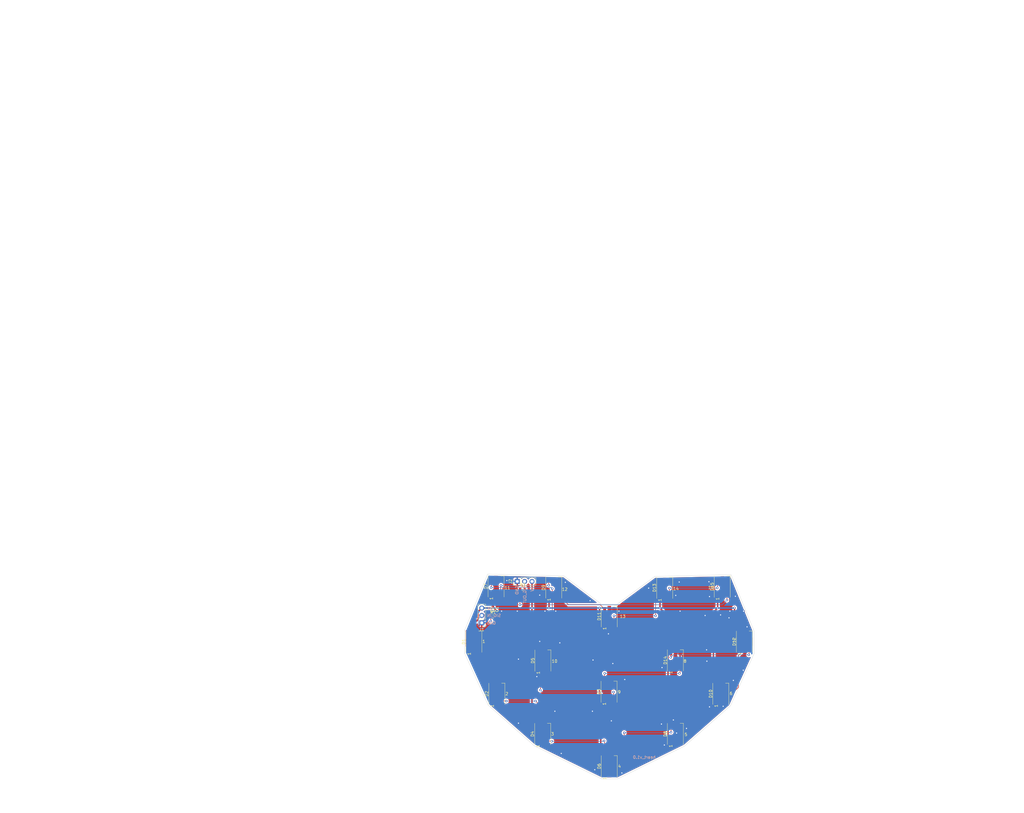
<source format=kicad_pcb>
(kicad_pcb (version 20211014) (generator pcbnew)
  (layers (0 "F.Cu" signal) (31 "B.Cu" signal) (34 "B.Paste" user) (35 "F.Paste" user) (36 "B.SilkS" user "B.Silkscreen") (37 "F.SilkS" user "F.Silkscreen") (38 "B.Mask" user) (39 "F.Mask" user) (44 "Edge.Cuts" user))
  (net 0 "")
  (net 1 "VCC")
  (net 2 "GND")
  (net 3 "Net-(D1-Pad2)")
  (net 4 "Net-(D1-Pad4)")
  (net 5 "Net-(D2-Pad2)")
  (net 6 "Net-(D3-Pad2)")
  (net 7 "Net-(D4-Pad2)")
  (net 8 "/SIG_IN")
  (net 9 "/SIG_OUT")
  (net 10 "Net-(D14-Pad2)")
  (net 11 "Net-(D5-Pad2)")
  (net 12 "Net-(D6-Pad2)")
  (net 13 "Net-(D7-Pad2)")
  (net 14 "Net-(D10-Pad4)")
  (net 15 "Net-(D11-Pad4)")
  (net 16 "Net-(D10-Pad2)")
  (net 17 "Net-(D11-Pad2)")
  (net 18 "Net-(D12-Pad2)")
  (net 19 "Net-(D13-Pad2)")
  (net 20 "Net-(D15-Pad2)")
  (footprint "LED_SMD:LED_WS2812B_PLCC4_5.0x5.0mm_P3.2mm" (layer "F.Cu") (at 36.7 107 90)
    (fp_text reference "D1" (at 0 -3.5 90) (layer "F.SilkS"))
    (fp_text value "WS2812B")
    (fp_text user "1" (at -4.15 -1.6 90) (layer "F.SilkS"))
    (fp_line (start -3.65 -2.75) (end 3.65 -2.75) (layer "F.SilkS") (width 0.12))
    (fp_line (start 3.65 2.75) (end 3.65 1.6) (layer "F.SilkS") (width 0.12))
    (fp_line (start -3.65 2.75) (end 3.65 2.75) (layer "F.SilkS") (width 0.12))
    (pad "1" smd rect (at -2.45 -1.6 90) (size 1.5 1) (layers "F.Cu" "F.Paste" "F.Mask") (net 1 "VCC"))
    (pad "2" smd rect (at -2.45 1.6 90) (size 1.5 1) (layers "F.Cu" "F.Paste" "F.Mask") (net 3 "Net-(D1-Pad2)"))
    (pad "3" smd rect (at 2.45 1.6 90) (size 1.5 1) (layers "F.Cu" "F.Paste" "F.Mask") (net 2 "GND"))
    (pad "4" smd rect (at 2.45 -1.6 90) (size 1.5 1) (layers "F.Cu" "F.Paste" "F.Mask") (net 4 "Net-(D1-Pad4)"))
  )
  (footprint "LED_SMD:LED_WS2812B_PLCC4_5.0x5.0mm_P3.2mm" (layer "F.Cu") (at 129.6 107 90)
    (fp_text reference "D12" (at 0 -3.5 90) (layer "F.SilkS"))
    (fp_text value "WS2812B")
    (fp_text user "1" (at -4.15 -1.6 90) (layer "F.SilkS"))
    (fp_line (start -3.65 2.75) (end 3.65 2.75) (layer "F.SilkS") (width 0.12))
    (fp_line (start -3.65 -2.75) (end 3.65 -2.75) (layer "F.SilkS") (width 0.12))
    (fp_line (start 3.65 2.75) (end 3.65 1.6) (layer "F.SilkS") (width 0.12))
    (pad "1" smd rect (at -2.45 -1.6 90) (size 1.5 1) (layers "F.Cu" "F.Paste" "F.Mask") (net 1 "VCC"))
    (pad "2" smd rect (at -2.45 1.6 90) (size 1.5 1) (layers "F.Cu" "F.Paste" "F.Mask") (net 18 "Net-(D12-Pad2)"))
    (pad "3" smd rect (at 2.45 1.6 90) (size 1.5 1) (layers "F.Cu" "F.Paste" "F.Mask") (net 2 "GND"))
    (pad "4" smd rect (at 2.45 -1.6 90) (size 1.5 1) (layers "F.Cu" "F.Paste" "F.Mask") (net 16 "Net-(D10-Pad2)"))
  )
  (footprint "LED_SMD:LED_WS2812B_PLCC4_5.0x5.0mm_P3.2mm" (layer "F.Cu") (at 44.3 88 90)
    (fp_text reference "D7" (at 0 -3.5 90) (layer "F.SilkS"))
    (fp_text value "WS2812B")
    (fp_text user "1" (at -4.15 -1.6 90) (layer "F.SilkS"))
    (fp_line (start -3.65 2.75) (end 3.65 2.75) (layer "F.SilkS") (width 0.12))
    (fp_line (start -3.65 -2.75) (end 3.65 -2.75) (layer "F.SilkS") (width 0.12))
    (fp_line (start 3.65 2.75) (end 3.65 1.6) (layer "F.SilkS") (width 0.12))
    (pad "1" smd rect (at -2.45 -1.6 90) (size 1.5 1) (layers "F.Cu" "F.Paste" "F.Mask") (net 1 "VCC"))
    (pad "2" smd rect (at -2.45 1.6 90) (size 1.5 1) (layers "F.Cu" "F.Paste" "F.Mask") (net 13 "Net-(D7-Pad2)"))
    (pad "3" smd rect (at 2.45 1.6 90) (size 1.5 1) (layers "F.Cu" "F.Paste" "F.Mask") (net 2 "GND"))
    (pad "4" smd rect (at 2.45 -1.6 90) (size 1.5 1) (layers "F.Cu" "F.Paste" "F.Mask") (net 11 "Net-(D5-Pad2)"))
  )
  (footprint "LED_SMD:LED_WS2812B_PLCC4_5.0x5.0mm_P3.2mm" (layer "F.Cu") (at 83.2 98.3 90)
    (fp_text reference "D11" (at 0 -3.5 90) (layer "F.SilkS"))
    (fp_text value "WS2812B")
    (fp_text user "1" (at -4.15 -1.6 90) (layer "F.SilkS"))
    (fp_line (start -3.65 -2.75) (end 3.65 -2.75) (layer "F.SilkS") (width 0.12))
    (fp_line (start -3.65 2.75) (end 3.65 2.75) (layer "F.SilkS") (width 0.12))
    (fp_line (start 3.65 2.75) (end 3.65 1.6) (layer "F.SilkS") (width 0.12))
    (pad "1" smd rect (at -2.45 -1.6 90) (size 1.5 1) (layers "F.Cu" "F.Paste" "F.Mask") (net 1 "VCC"))
    (pad "2" smd rect (at -2.45 1.6 90) (size 1.5 1) (layers "F.Cu" "F.Paste" "F.Mask") (net 17 "Net-(D11-Pad2)"))
    (pad "3" smd rect (at 2.45 1.6 90) (size 1.5 1) (layers "F.Cu" "F.Paste" "F.Mask") (net 2 "GND"))
    (pad "4" smd rect (at 2.45 -1.6 90) (size 1.5 1) (layers "F.Cu" "F.Paste" "F.Mask") (net 15 "Net-(D11-Pad4)"))
  )
  (footprint "LED_SMD:LED_WS2812B_PLCC4_5.0x5.0mm_P3.2mm" (layer "F.Cu") (at 83.1 124.2 90)
    (fp_text reference "D3" (at 0 -3.5 90) (layer "F.SilkS"))
    (fp_text value "WS2812B")
    (fp_text user "1" (at -4.15 -1.6 90) (layer "F.SilkS"))
    (fp_line (start -3.65 2.75) (end 3.65 2.75) (layer "F.SilkS") (width 0.12))
    (fp_line (start -3.65 -2.75) (end 3.65 -2.75) (layer "F.SilkS") (width 0.12))
    (fp_line (start 3.65 2.75) (end 3.65 1.6) (layer "F.SilkS") (width 0.12))
    (pad "1" smd rect (at -2.45 -1.6 90) (size 1.5 1) (layers "F.Cu" "F.Paste" "F.Mask") (net 1 "VCC"))
    (pad "2" smd rect (at -2.45 1.6 90) (size 1.5 1) (layers "F.Cu" "F.Paste" "F.Mask") (net 6 "Net-(D3-Pad2)"))
    (pad "3" smd rect (at 2.45 1.6 90) (size 1.5 1) (layers "F.Cu" "F.Paste" "F.Mask") (net 2 "GND"))
    (pad "4" smd rect (at 2.45 -1.6 90) (size 1.5 1) (layers "F.Cu" "F.Paste" "F.Mask") (net 10 "Net-(D14-Pad2)"))
  )
  (footprint "LED_SMD:LED_WS2812B_PLCC4_5.0x5.0mm_P3.2mm" (layer "F.Cu") (at 105.9 113.4 90)
    (fp_text reference "D14" (at 0 -3.5 90) (layer "F.SilkS"))
    (fp_text value "WS2812B")
    (fp_text user "1" (at -4.15 -1.6 90) (layer "F.SilkS"))
    (fp_line (start -3.65 -2.75) (end 3.65 -2.75) (layer "F.SilkS") (width 0.12))
    (fp_line (start 3.65 2.75) (end 3.65 1.6) (layer "F.SilkS") (width 0.12))
    (fp_line (start -3.65 2.75) (end 3.65 2.75) (layer "F.SilkS") (width 0.12))
    (pad "1" smd rect (at -2.45 -1.6 90) (size 1.5 1) (layers "F.Cu" "F.Paste" "F.Mask") (net 1 "VCC"))
    (pad "2" smd rect (at -2.45 1.6 90) (size 1.5 1) (layers "F.Cu" "F.Paste" "F.Mask") (net 10 "Net-(D14-Pad2)"))
    (pad "3" smd rect (at 2.45 1.6 90) (size 1.5 1) (layers "F.Cu" "F.Paste" "F.Mask") (net 2 "GND"))
    (pad "4" smd rect (at 2.45 -1.6 90) (size 1.5 1) (layers "F.Cu" "F.Paste" "F.Mask") (net 18 "Net-(D12-Pad2)"))
  )
  (footprint "LED_SMD:LED_WS2812B_PLCC4_5.0x5.0mm_P3.2mm" (layer "F.Cu") (at 121.5 124.9 90)
    (fp_text reference "D10" (at 0 -3.5 90) (layer "F.SilkS"))
    (fp_text value "WS2812B")
    (fp_text user "1" (at -4.15 -1.6 90) (layer "F.SilkS"))
    (fp_line (start -3.65 -2.75) (end 3.65 -2.75) (layer "F.SilkS") (width 0.12))
    (fp_line (start 3.65 2.75) (end 3.65 1.6) (layer "F.SilkS") (width 0.12))
    (fp_line (start -3.65 2.75) (end 3.65 2.75) (layer "F.SilkS") (width 0.12))
    (pad "1" smd rect (at -2.45 -1.6 90) (size 1.5 1) (layers "F.Cu" "F.Paste" "F.Mask") (net 1 "VCC"))
    (pad "2" smd rect (at -2.45 1.6 90) (size 1.5 1) (layers "F.Cu" "F.Paste" "F.Mask") (net 16 "Net-(D10-Pad2)"))
    (pad "3" smd rect (at 2.45 1.6 90) (size 1.5 1) (layers "F.Cu" "F.Paste" "F.Mask") (net 2 "GND"))
    (pad "4" smd rect (at 2.45 -1.6 90) (size 1.5 1) (layers "F.Cu" "F.Paste" "F.Mask") (net 14 "Net-(D10-Pad4)"))
  )
  (footprint "Resistor_SMD:R_0603_1608Metric" (layer "F.Cu") (at 53.4 88.9)
    (fp_text reference "R2" (at 0 -1.43) (layer "F.SilkS"))
    (fp_text value "33")
    (fp_line (start -0.237258 -0.5225) (end 0.237258 -0.5225) (layer "F.SilkS") (width 0.12))
    (fp_line (start -0.237258 0.5225) (end 0.237258 0.5225) (layer "F.SilkS") (width 0.12))
    (pad "1" smd roundrect (at -0.825 0) (size 0.8 0.95) (layers "F.Cu" "F.Paste" "F.Mask") (net 20 "Net-(D15-Pad2)"))
    (pad "2" smd roundrect (at 0.825 0) (size 0.8 0.95) (layers "F.Cu" "F.Paste" "F.Mask") (net 9 "/SIG_OUT"))
  )
  (footprint "LED_SMD:LED_WS2812B_PLCC4_5.0x5.0mm_P3.2mm" (layer "F.Cu") (at 44.6 124.9 90)
    (fp_text reference "D2" (at 0 -3.5 90) (layer "F.SilkS"))
    (fp_text value "WS2812B")
    (fp_text user "1" (at -4.15 -1.6 90) (layer "F.SilkS"))
    (fp_line (start 3.65 2.75) (end 3.65 1.6) (layer "F.SilkS") (width 0.12))
    (fp_line (start -3.65 2.75) (end 3.65 2.75) (layer "F.SilkS") (width 0.12))
    (fp_line (start -3.65 -2.75) (end 3.65 -2.75) (layer "F.SilkS") (width 0.12))
    (pad "1" smd rect (at -2.45 -1.6 90) (size 1.5 1) (layers "F.Cu" "F.Paste" "F.Mask") (net 1 "VCC"))
    (pad "2" smd rect (at -2.45 1.6 90) (size 1.5 1) (layers "F.Cu" "F.Paste" "F.Mask") (net 5 "Net-(D2-Pad2)"))
    (pad "3" smd rect (at 2.45 1.6 90) (size 1.5 1) (layers "F.Cu" "F.Paste" "F.Mask") (net 2 "GND"))
    (pad "4" smd rect (at 2.45 -1.6 90) (size 1.5 1) (layers "F.Cu" "F.Paste" "F.Mask") (net 3 "Net-(D1-Pad2)"))
  )
  (footprint "Connector_PinHeader_2.54mm:PinHeader_1x03_P2.54mm_Vertical" (layer "F.Cu") (at 51.575 86.3 90)
    (fp_text reference "J2" (at 0 -2.33 90) (layer "F.SilkS"))
    (fp_text value "Conn_01x03")
    (fp_line (start -1.33 1.27) (end 1.33 1.27) (layer "F.SilkS") (width 0.12))
    (fp_line (start -1.33 1.27) (end -1.33 6.41) (layer "F.SilkS") (width 0.12))
    (fp_line (start -1.33 0) (end -1.33 -1.33) (layer "F.SilkS") (width 0.12))
    (fp_line (start -1.33 -1.33) (end 0 -1.33) (layer "F.SilkS") (width 0.12))
    (fp_line (start -1.33 6.41) (end 1.33 6.41) (layer "F.SilkS") (width 0.12))
    (fp_line (start 1.33 1.27) (end 1.33 6.41) (layer "F.SilkS") (width 0.12))
    (pad "1" thru_hole rect (at 0 0 90) (size 1.7 1.7) (drill 1) (layers *.Cu *.Mask) (net 2 "GND"))
    (pad "2" thru_hole oval (at 0 2.54 90) (size 1.7 1.7) (drill 1) (layers *.Cu *.Mask) (net 9 "/SIG_OUT"))
    (pad "3" thru_hole oval (at 0 5.08 90) (size 1.7 1.7) (drill 1) (layers *.Cu *.Mask) (net 1 "VCC"))
  )
  (footprint "Capacitor_SMD:C_0603_1608Metric" (layer "F.Cu") (at 43.2 95.9 -90)
    (fp_text reference "C1" (at 0 -1.43 90) (layer "F.SilkS"))
    (fp_text value "10uF")
    (fp_line (start -0.14058 0.51) (end 0.14058 0.51) (layer "F.SilkS") (width 0.12))
    (fp_line (start -0.14058 -0.51) (end 0.14058 -0.51) (layer "F.SilkS") (width 0.12))
    (pad "1" smd roundrect (at -0.775 0 270) (size 0.9 0.95) (layers "F.Cu" "F.Paste" "F.Mask") (net 1 "VCC"))
    (pad "2" smd roundrect (at 0.775 0 270) (size 0.9 0.95) (layers "F.Cu" "F.Paste" "F.Mask") (net 2 "GND"))
  )
  (footprint "Resistor_SMD:R_0603_1608Metric" (layer "F.Cu") (at 43.3 98.4)
    (fp_text reference "R1" (at 0 -1.43) (layer "F.SilkS"))
    (fp_text value "33")
    (fp_line (start -0.237258 -0.5225) (end 0.237258 -0.5225) (layer "F.SilkS") (width 0.12))
    (fp_line (start -0.237258 0.5225) (end 0.237258 0.5225) (layer "F.SilkS") (width 0.12))
    (pad "1" smd roundrect (at -0.825 0) (size 0.8 0.95) (layers "F.Cu" "F.Paste" "F.Mask") (net 8 "/SIG_IN"))
    (pad "2" smd roundrect (at 0.825 0) (size 0.8 0.95) (layers "F.Cu" "F.Paste" "F.Mask") (net 4 "Net-(D1-Pad4)"))
  )
  (footprint "LED_SMD:LED_WS2812B_PLCC4_5.0x5.0mm_P3.2mm" (layer "F.Cu") (at 60.3 138.7 90)
    (fp_text reference "D4" (at 0 -3.5 90) (layer "F.SilkS"))
    (fp_text value "WS2812B")
    (fp_text user "1" (at -4.15 -1.6 90) (layer "F.SilkS"))
    (fp_line (start 3.65 2.75) (end 3.65 1.6) (layer "F.SilkS") (width 0.12))
    (fp_line (start -3.65 -2.75) (end 3.65 -2.75) (layer "F.SilkS") (width 0.12))
    (fp_line (start -3.65 2.75) (end 3.65 2.75) (layer "F.SilkS") (width 0.12))
    (pad "1" smd rect (at -2.45 -1.6 90) (size 1.5 1) (layers "F.Cu" "F.Paste" "F.Mask") (net 1 "VCC"))
    (pad "2" smd rect (at -2.45 1.6 90) (size 1.5 1) (layers "F.Cu" "F.Paste" "F.Mask") (net 7 "Net-(D4-Pad2)"))
    (pad "3" smd rect (at 2.45 1.6 90) (size 1.5 1) (layers "F.Cu" "F.Paste" "F.Mask") (net 2 "GND"))
    (pad "4" smd rect (at 2.45 -1.6 90) (size 1.5 1) (layers "F.Cu" "F.Paste" "F.Mask") (net 5 "Net-(D2-Pad2)"))
  )
  (footprint "LED_SMD:LED_WS2812B_PLCC4_5.0x5.0mm_P3.2mm" (layer "F.Cu") (at 122 88.1 90)
    (fp_text reference "D15" (at 0 -3.5 90) (layer "F.SilkS"))
    (fp_text value "WS2812B")
    (fp_text user "1" (at -4.15 -1.6 90) (layer "F.SilkS"))
    (fp_line (start 3.65 2.75) (end 3.65 1.6) (layer "F.SilkS") (width 0.12))
    (fp_line (start -3.65 2.75) (end 3.65 2.75) (layer "F.SilkS") (width 0.12))
    (fp_line (start -3.65 -2.75) (end 3.65 -2.75) (layer "F.SilkS") (width 0.12))
    (pad "1" smd rect (at -2.45 -1.6 90) (size 1.5 1) (layers "F.Cu" "F.Paste" "F.Mask") (net 1 "VCC"))
    (pad "2" smd rect (at -2.45 1.6 90) (size 1.5 1) (layers "F.Cu" "F.Paste" "F.Mask") (net 20 "Net-(D15-Pad2)"))
    (pad "3" smd rect (at 2.45 1.6 90) (size 1.5 1) (layers "F.Cu" "F.Paste" "F.Mask") (net 2 "GND"))
    (pad "4" smd rect (at 2.45 -1.6 90) (size 1.5 1) (layers "F.Cu" "F.Paste" "F.Mask") (net 19 "Net-(D13-Pad2)"))
  )
  (footprint "LED_SMD:LED_WS2812B_PLCC4_5.0x5.0mm_P3.2mm" (layer "F.Cu") (at 102.2 88.5 90)
    (fp_text reference "D13" (at 0 -3.5 90) (layer "F.SilkS"))
    (fp_text value "WS2812B")
    (fp_text user "1" (at -4.15 -1.6 90) (layer "F.SilkS"))
    (fp_line (start -3.65 -2.75) (end 3.65 -2.75) (layer "F.SilkS") (width 0.12))
    (fp_line (start -3.65 2.75) (end 3.65 2.75) (layer "F.SilkS") (width 0.12))
    (fp_line (start 3.65 2.75) (end 3.65 1.6) (layer "F.SilkS") (width 0.12))
    (pad "1" smd rect (at -2.45 -1.6 90) (size 1.5 1) (layers "F.Cu" "F.Paste" "F.Mask") (net 1 "VCC"))
    (pad "2" smd rect (at -2.45 1.6 90) (size 1.5 1) (layers "F.Cu" "F.Paste" "F.Mask") (net 19 "Net-(D13-Pad2)"))
    (pad "3" smd rect (at 2.45 1.6 90) (size 1.5 1) (layers "F.Cu" "F.Paste" "F.Mask") (net 2 "GND"))
    (pad "4" smd rect (at 2.45 -1.6 90) (size 1.5 1) (layers "F.Cu" "F.Paste" "F.Mask") (net 17 "Net-(D11-Pad2)"))
  )
  (footprint "LED_SMD:LED_WS2812B_PLCC4_5.0x5.0mm_P3.2mm" (layer "F.Cu") (at 60.4 113.5 90)
    (fp_text reference "D5" (at 0 -3.5 90) (layer "F.SilkS"))
    (fp_text value "WS2812B")
    (fp_text user "1" (at -4.15 -1.6 90) (layer "F.SilkS"))
    (fp_line (start -3.65 -2.75) (end 3.65 -2.75) (layer "F.SilkS") (width 0.12))
    (fp_line (start -3.65 2.75) (end 3.65 2.75) (layer "F.SilkS") (width 0.12))
    (fp_line (start 3.65 2.75) (end 3.65 1.6) (layer "F.SilkS") (width 0.12))
    (pad "1" smd rect (at -2.45 -1.6 90) (size 1.5 1) (layers "F.Cu" "F.Paste" "F.Mask") (net 1 "VCC"))
    (pad "2" smd rect (at -2.45 1.6 90) (size 1.5 1) (layers "F.Cu" "F.Paste" "F.Mask") (net 11 "Net-(D5-Pad2)"))
    (pad "3" smd rect (at 2.45 1.6 90) (size 1.5 1) (layers "F.Cu" "F.Paste" "F.Mask") (net 2 "GND"))
    (pad "4" smd rect (at 2.45 -1.6 90) (size 1.5 1) (layers "F.Cu" "F.Paste" "F.Mask") (net 6 "Net-(D3-Pad2)"))
  )
  (footprint "Capacitor_SMD:C_0402_1005Metric" (layer "F.Cu") (at 41.8 96 -90)
    (fp_text reference "C2" (at 0 -1.16 90) (layer "F.SilkS"))
    (fp_text value "100nF")
    (fp_line (start -0.107836 0.36) (end 0.107836 0.36) (layer "F.SilkS") (width 0.12))
    (fp_line (start -0.107836 -0.36) (end 0.107836 -0.36) (layer "F.SilkS") (width 0.12))
    (pad "1" smd roundrect (at -0.48 0 270) (size 0.56 0.62) (layers "F.Cu" "F.Paste" "F.Mask") (net 1 "VCC"))
    (pad "2" smd roundrect (at 0.48 0 270) (size 0.56 0.62) (layers "F.Cu" "F.Paste" "F.Mask") (net 2 "GND"))
  )
  (footprint "LED_SMD:LED_WS2812B_PLCC4_5.0x5.0mm_P3.2mm" (layer "F.Cu") (at 83.2 149.8 90)
    (fp_text reference "D6" (at 0 -3.5 90) (layer "F.SilkS"))
    (fp_text value "WS2812B")
    (fp_text user "1" (at -4.15 -1.6 90) (layer "F.SilkS"))
    (fp_line (start -3.65 2.75) (end 3.65 2.75) (layer "F.SilkS") (width 0.12))
    (fp_line (start -3.65 -2.75) (end 3.65 -2.75) (layer "F.SilkS") (width 0.12))
    (fp_line (start 3.65 2.75) (end 3.65 1.6) (layer "F.SilkS") (width 0.12))
    (pad "1" smd rect (at -2.45 -1.6 90) (size 1.5 1) (layers "F.Cu" "F.Paste" "F.Mask") (net 1 "VCC"))
    (pad "2" smd rect (at -2.45 1.6 90) (size 1.5 1) (layers "F.Cu" "F.Paste" "F.Mask") (net 12 "Net-(D6-Pad2)"))
    (pad "3" smd rect (at 2.45 1.6 90) (size 1.5 1) (layers "F.Cu" "F.Paste" "F.Mask") (net 2 "GND"))
    (pad "4" smd rect (at 2.45 -1.6 90) (size 1.5 1) (layers "F.Cu" "F.Paste" "F.Mask") (net 7 "Net-(D4-Pad2)"))
  )
  (footprint "LED_SMD:LED_WS2812B_PLCC4_5.0x5.0mm_P3.2mm" (layer "F.Cu") (at 64.1 88.4 90)
    (fp_text reference "D9" (at 0 -3.5 90) (layer "F.SilkS"))
    (fp_text value "WS2812B")
    (fp_text user "1" (at -4.15 -1.6 90) (layer "F.SilkS"))
    (fp_line (start -3.65 2.75) (end 3.65 2.75) (layer "F.SilkS") (width 0.12))
    (fp_line (start -3.65 -2.75) (end 3.65 -2.75) (layer "F.SilkS") (width 0.12))
    (fp_line (start 3.65 2.75) (end 3.65 1.6) (layer "F.SilkS") (width 0.12))
    (pad "1" smd rect (at -2.45 -1.6 90) (size 1.5 1) (layers "F.Cu" "F.Paste" "F.Mask") (net 1 "VCC"))
    (pad "2" smd rect (at -2.45 1.6 90) (size 1.5 1) (layers "F.Cu" "F.Paste" "F.Mask") (net 15 "Net-(D11-Pad4)"))
    (pad "3" smd rect (at 2.45 1.6 90) (size 1.5 1) (layers "F.Cu" "F.Paste" "F.Mask") (net 2 "GND"))
    (pad "4" smd rect (at 2.45 -1.6 90) (size 1.5 1) (layers "F.Cu" "F.Paste" "F.Mask") (net 13 "Net-(D7-Pad2)"))
  )
  (footprint "Connector_PinHeader_2.54mm:PinHeader_1x03_P2.54mm_Vertical" (layer "F.Cu") (at 39.4 100.515 180)
    (fp_text reference "J1" (at 0 -2.33) (layer "F.SilkS"))
    (fp_text value "Conn_01x03")
    (fp_line (start -1.33 1.27) (end -1.33 6.41) (layer "F.SilkS") (width 0.12))
    (fp_line (start -1.33 0) (end -1.33 -1.33) (layer "F.SilkS") (width 0.12))
    (fp_line (start 1.33 1.27) (end 1.33 6.41) (layer "F.SilkS") (width 0.12))
    (fp_line (start -1.33 6.41) (end 1.33 6.41) (layer "F.SilkS") (width 0.12))
    (fp_line (start -1.33 1.27) (end 1.33 1.27) (layer "F.SilkS") (width 0.12))
    (fp_line (start -1.33 -1.33) (end 0 -1.33) (layer "F.SilkS") (width 0.12))
    (pad "1" thru_hole rect (at 0 0 180) (size 1.7 1.7) (drill 1) (layers *.Cu *.Mask) (net 2 "GND"))
    (pad "2" thru_hole oval (at 0 2.54 180) (size 1.7 1.7) (drill 1) (layers *.Cu *.Mask) (net 8 "/SIG_IN"))
    (pad "3" thru_hole oval (at 0 5.08 180) (size 1.7 1.7) (drill 1) (layers *.Cu *.Mask) (net 1 "VCC"))
  )
  (footprint "LED_SMD:LED_WS2812B_PLCC4_5.0x5.0mm_P3.2mm" (layer "F.Cu") (at 105.9 138.7 90)
    (fp_text reference "D8" (at 0 -3.5 90) (layer "F.SilkS"))
    (fp_text value "WS2812B")
    (fp_text user "1" (at -4.15 -1.6 90) (layer "F.SilkS"))
    (fp_line (start -3.65 2.75) (end 3.65 2.75) (layer "F.SilkS") (width 0.12))
    (fp_line (start -3.65 -2.75) (end 3.65 -2.75) (layer "F.SilkS") (width 0.12))
    (fp_line (start 3.65 2.75) (end 3.65 1.6) (layer "F.SilkS") (width 0.12))
    (pad "1" smd rect (at -2.45 -1.6 90) (size 1.5 1) (layers "F.Cu" "F.Paste" "F.Mask") (net 1 "VCC"))
    (pad "2" smd rect (at -2.45 1.6 90) (size 1.5 1) (layers "F.Cu" "F.Paste" "F.Mask") (net 14 "Net-(D10-Pad4)"))
    (pad "3" smd rect (at 2.45 1.6 90) (size 1.5 1) (layers "F.Cu" "F.Paste" "F.Mask") (net 2 "GND"))
    (pad "4" smd rect (at 2.45 -1.6 90) (size 1.5 1) (layers "F.Cu" "F.Paste" "F.Mask") (net 12 "Net-(D6-Pad2)"))
  )
  (gr_line (start 33.5 103.2) (end 33.5 110.9) (layer "Edge.Cuts") (width 0.1))
  (gr_line (start 132.9 111.1) (end 132.9 103.4) (layer "Edge.Cuts") (width 0.1))
  (gr_line (start 132.9 103.4) (end 125 84) (layer "Edge.Cuts") (width 0.1))
  (gr_line (start 125 84) (end 98.8 84.6) (layer "Edge.Cuts") (width 0.1))
  (gr_line (start 98.8 84.6) (end 85.8 94.2) (layer "Edge.Cuts") (width 0.1))
  (gr_line (start 67.6 84.4) (end 41.4 83.8) (layer "Edge.Cuts") (width 0.1))
  (gr_line (start 57.5 142.8) (end 80.5 154.1) (layer "Edge.Cuts") (width 0.1))
  (gr_line (start 80.5 154.1) (end 86.1 154.1) (layer "Edge.Cuts") (width 0.1))
  (gr_line (start 41.6 128.8) (end 57.5 142.8) (layer "Edge.Cuts") (width 0.1))
  (gr_line (start 85.8 94.2) (end 80.6 94.2) (layer "Edge.Cuts") (width 0.1))
  (gr_line (start 86.1 154.1) (end 109.1 142.8) (layer "Edge.Cuts") (width 0.1))
  (gr_line (start 124.8 129) (end 132.9 111.1) (layer "Edge.Cuts") (width 0.1))
  (gr_line (start 80.6 94.2) (end 67.6 84.4) (layer "Edge.Cuts") (width 0.1))
  (gr_line (start 41.4 83.8) (end 33.5 103.2) (layer "Edge.Cuts") (width 0.1))
  (gr_line (start 33.5 110.9) (end 41.6 128.8) (layer "Edge.Cuts") (width 0.1))
  (gr_line (start 109.1 142.8) (end 124.8 129) (layer "Edge.Cuts") (width 0.1))
  (gr_text "SIG_OUT" (at 54.175 90.9 90) (layer "B.SilkS") (effects (font (size 1 1)) (justify mirror)))
  (gr_text "SIG_IN" (at 43.6 98) (layer "B.SilkS") (effects (font (size 1 1)) (justify mirror)))
  (gr_text "GND" (at 42.7 100.6) (layer "B.SilkS") (effects (font (size 1 1)) (justify mirror)))
  (gr_text "heart_v1.0" (at 95.2 146.7) (layer "B.SilkS") (effects (font (size 1 1)) (justify mirror)))
  (gr_text "5V" (at 42.3 95.5) (layer "B.SilkS") (effects (font (size 1 1)) (justify mirror)))
  (gr_text "5V" (at 56.7 88.9 90) (layer "B.SilkS") (effects (font (size 1 1)) (justify mirror)))
  (gr_text "GND" (at 51.5 89.3 90) (layer "B.SilkS") (effects (font (size 1 1)) (justify mirror)))
  (gr_text "10" (at 64.4 113.7) (layer "F.SilkS") (effects (font (size 1 1))))
  (gr_text "12" (at 67.9 89) (layer "F.SilkS") (effects (font (size 1 1))))
  (gr_text "15" (at 118.1 88.4) (layer "F.SilkS") (effects (font (size 1 1))))
  (gr_text "4" (at 86.7 149.8) (layer "F.SilkS") (effects (font (size 1 1))))
  (gr_text "1" (at 40.1 106.9) (layer "F.SilkS") (effects (font (size 1 1))))
  (gr_text "6" (at 125 124.8) (layer "F.SilkS") (effects (font (size 1 1))))
  (gr_text "9" (at 86.6 124.3) (layer "F.SilkS") (effects (font (size 1 1))))
  (gr_text "2" (at 48 124.9) (layer "F.SilkS") (effects (font (size 1 1))))
  (gr_text "3" (at 63.7 138.7) (layer "F.SilkS") (effects (font (size 1 1))))
  (gr_text "7" (at 125.9 106.8) (layer "F.SilkS") (effects (font (size 1 1))))
  (gr_text "8" (at 109.2 113.7) (layer "F.SilkS") (effects (font (size 1 1))))
  (gr_text "13" (at 87.8 98.3) (layer "F.SilkS") (effects (font (size 1 1))))
  (gr_text "14" (at 106.1 88.8) (layer "F.SilkS") (effects (font (size 1 1))))
  (gr_text "5" (at 109.5 138.9) (layer "F.SilkS") (effects (font (size 1 1))))
  (gr_text "11" (at 48.2 88.5) (layer "F.SilkS") (effects (font (size 1 1))))
  (segment (start 58.7 141.15) (end 58.7 140.9) (width 0.5) (layer "F.Cu") (net 1))
  (segment (start 56.635 138.835) (end 56.635 113.165) (width 0.5) (layer "F.Cu") (net 1))
  (segment (start 34.150489 103.350489) (end 34.150489 108.500489) (width 0.5) (layer "F.Cu") (net 1))
  (segment (start 79.835 98.985) (end 79.835 98.435) (width 0.5) (layer "F.Cu") (net 1))
  (segment (start 38.100489 99.400489) (end 34.150489 103.350489) (width 0.5) (layer "F.Cu") (net 1))
  (segment (start 120.4 90.55) (end 120.4 95.4) (width 0.5) (layer "F.Cu") (net 1))
  (segment (start 103.350489 114.250489) (end 103.350489 98.220489) (width 0.5) (layer "F.Cu") (net 1))
  (segment (start 43 127.35) (end 44.97452 125.37548) (width 0.5) (layer "F.Cu") (net 1))
  (segment (start 58.8 115.95) (end 56.635 113.785) (width 0.5) (layer "F.Cu") (net 1))
  (segment (start 58.7 140.9) (end 56.635 138.835) (width 0.5) (layer "F.Cu") (net 1))
  (segment (start 43.2 90.95) (end 42.7 90.45) (width 0.5) (layer "F.Cu") (net 1))
  (segment (start 44.97452 125.37548) (end 44.97452 96.89952) (width 0.5) (layer "F.Cu") (net 1))
  (segment (start 80.25 150.9) (end 81.6 152.25) (width 0.5) (layer "F.Cu") (net 1))
  (segment (start 103.350489 98.220489) (end 100.565 95.435) (width 0.5) (layer "F.Cu") (net 1))
  (segment (start 126.2 95.4) (end 126.2 107.65) (width 0.5) (layer "F.Cu") (net 1))
  (segment (start 118.950489 126.400489) (end 118.950489 96.849511) (width 0.5) (layer "F.Cu") (net 1))
  (segment (start 43.2 95.125) (end 43.2 90.95) (width 0.5) (layer "F.Cu") (net 1))
  (segment (start 100.6 95.4) (end 100.565 95.435) (width 0.5) (layer "F.Cu") (net 1))
  (segment (start 79.835 124.985) (end 79.835 124.565) (width 0.5) (layer "F.Cu") (net 1))
  (segment (start 81.5 126.65) (end 79.835 124.985) (width 0.5) (layer "F.Cu") (net 1))
  (segment (start 104.3 141.15) (end 103.350489 140.200489) (width 0.5) (layer "F.Cu") (net 1))
  (segment (start 56.655 95.415) (end 56.635 95.435) (width 0.5) (layer "F.Cu") (net 1))
  (segment (start 79.835 124.565) (end 79.835 98.435) (width 0.5) (layer "F.Cu") (net 1))
  (segment (start 81.6 100.75) (end 79.835 98.985) (width 0.5) (layer "F.Cu") (net 1))
  (segment (start 38.100489 96.734511) (end 38.100489 99.400489) (width 0.5) (layer "F.Cu") (net 1))
  (segment (start 80.25 124.98) (end 79.835 124.565) (width 0.5) (layer "F.Cu") (net 1))
  (segment (start 126.2 107.65) (end 128 109.45) (width 0.5) (layer "F.Cu") (net 1))
  (segment (start 118.950489 96.849511) (end 120.365 95.435) (width 0.5) (layer "F.Cu") (net 1))
  (segment (start 103.350489 114.900489) (end 103.350489 114.250489) (width 0.5) (layer "F.Cu") (net 1))
  (segment (start 56.635 113.785) (end 56.635 113.165) (width 0.5) (layer "F.Cu") (net 1))
  (segment (start 39.4 95.435) (end 42.89 95.435) (width 0.5) (layer "F.Cu") (net 1))
  (segment (start 44.97452 96.89952) (end 43.2 95.125) (width 0.5) (layer "F.Cu") (net 1))
  (segment (start 120.4 95.4) (end 120.365 95.435) (width 0.5) (layer "F.Cu") (net 1))
  (segment (start 42.89 95.435) (end 43.2 95.125) (width 0.5) (layer "F.Cu") (net 1))
  (segment (start 100.6 90.95) (end 100.6 95.4) (width 0.5) (layer "F.Cu") (net 1))
  (segment (start 119.9 127.35) (end 118.950489 126.400489) (width 0.5) (layer "F.Cu") (net 1))
  (segment (start 62.5 95.4) (end 62.465 95.435) (width 0.5) (layer "F.Cu") (net 1))
  (segment (start 34.150489 108.500489) (end 35.1 109.45) (width 0.5) (layer "F.Cu") (net 1))
  (segment (start 39.4 95.435) (end 38.100489 96.734511) (width 0.5) (layer "F.Cu") (net 1))
  (segment (start 56.635 113.165) (end 56.635 95.435) (width 0.5) (layer "F.Cu") (net 1))
  (segment (start 79.835 98.435) (end 79.835 95.435) (width 0.5) (layer "F.Cu") (net 1))
  (segment (start 56.655 86.3) (end 56.655 95.415) (width 0.5) (layer "F.Cu") (net 1))
  (segment (start 103.350489 140.200489) (end 103.350489 114.250489) (width 0.5) (layer "F.Cu") (net 1))
  (segment (start 104.3 115.85) (end 103.350489 114.900489) (width 0.5) (layer "F.Cu") (net 1))
  (segment (start 62.5 90.85) (end 62.5 95.4) (width 0.5) (layer "F.Cu") (net 1))
  (segment (start 80.25 150.9) (end 80.25 124.98) (width 0.5) (layer "F.Cu") (net 1))
  (via (at 126.2 95.4) (size 0.8) (drill 0.4) (layers "F.Cu" "B.Cu") (net 1))
  (via (at 56.635 95.435) (size 0.8) (drill 0.4) (layers "F.Cu" "B.Cu") (net 1))
  (via (at 100.565 95.435) (size 0.8) (drill 0.4) (layers "F.Cu" "B.Cu") (net 1))
  (via (at 79.835 95.435) (size 0.8) (drill 0.4) (layers "F.Cu" "B.Cu") (net 1))
  (via (at 120.365 95.435) (size 0.8) (drill 0.4) (layers "F.Cu" "B.Cu") (net 1))
  (via (at 62.465 95.435) (size 0.8) (drill 0.4) (layers "F.Cu" "B.Cu") (net 1))
  (segment (start 62.465 95.435) (end 79.835 95.435) (width 0.5) (layer "B.Cu") (net 1))
  (segment (start 56.635 95.435) (end 62.465 95.435) (width 0.5) (layer "B.Cu") (net 1))
  (segment (start 100.565 95.435) (end 120.365 95.435) (width 0.5) (layer "B.Cu") (net 1))
  (segment (start 126.165 95.435) (end 126.2 95.4) (width 0.5) (layer "B.Cu") (net 1))
  (segment (start 79.835 95.435) (end 100.565 95.435) (width 0.5) (layer "B.Cu") (net 1))
  (segment (start 39.4 95.435) (end 56.635 95.435) (width 0.5) (layer "B.Cu") (net 1))
  (segment (start 120.365 95.435) (end 126.165 95.435) (width 0.5) (layer "B.Cu") (net 1))
  (segment (start 84.8 95.85) (end 85.85 95.85) (width 0.5) (layer "F.Cu") (net 2))
  (segment (start 62 111.05) (end 62 110.1) (width 0.5) (layer "F.Cu") (net 2))
  (segment (start 64.750489 89.650489) (end 64.750489 96.450489) (width 0.5) (layer "F.Cu") (net 2))
  (segment (start 43.005 96.48) (end 43.2 96.675) (width 0.5) (layer "F.Cu") (net 2))
  (segment (start 61.050489 135.400489) (end 61.050489 109.150489) (width 0.5) (layer "F.Cu") (net 2))
  (segment (start 107.5 89.75) (end 107.5 96.5) (width 0.5) (layer "F.Cu") (net 2))
  (segment (start 44.950489 95.250489) (end 46.2 96.5) (width 0.5) (layer "F.Cu") (net 2))
  (segment (start 51.575 86.3) (end 51.575 96.475) (width 0.5) (layer "F.Cu") (net 2))
  (segment (start 108.449511 111.899511) (end 107.5 110.95) (width 0.5) (layer "F.Cu") (net 2))
  (segment (start 84.7 121.7) (end 86.5 119.9) (width 0.5) (layer "F.Cu") (net 2))
  (segment (start 65.7 85.95) (end 65.7 88.700978) (width 0.5) (layer "F.Cu") (net 2))
  (segment (start 65.7 88.700978) (end 64.750489 89.650489) (width 0.5) (layer "F.Cu") (net 2))
  (segment (start 129.3 102.65) (end 131.2 104.55) (width 0.5) (layer "F.Cu") (net 2))
  (segment (start 64.750489 96.450489) (end 64.8 96.5) (width 0.5) (layer "F.Cu") (net 2))
  (segment (start 103.8 86.05) (end 107.5 89.75) (width 0.5) (layer "F.Cu") (net 2))
  (segment (start 123.6 85.65) (end 124.6 86.65) (width 0.5) (layer "F.Cu") (net 2))
  (segment (start 123.1 122.45) (end 123.1 98) (width 0.5) (layer "F.Cu") (net 2))
  (segment (start 45.75 85.55) (end 44.950489 86.349511) (width 0.5) (layer "F.Cu") (net 2))
  (segment (start 61.050489 96.549511) (end 61.1 96.5) (width 0.5) (layer "F.Cu") (net 2))
  (segment (start 107.5 110.95) (end 107.5 96.5) (width 0.5) (layer "F.Cu") (net 2))
  (segment (start 38.3 101.615) (end 39.4 100.515) (width 0.5) (layer "F.Cu") (net 2))
  (segment (start 45.9 85.55) (end 45.75 85.55) (width 0.5) (layer "F.Cu") (net 2))
  (segment (start 38.3 104.55) (end 38.3 101.615) (width 0.5) (layer "F.Cu") (net 2))
  (segment (start 124.6 86.65) (end 124.6 96.5) (width 0.5) (layer "F.Cu") (net 2))
  (segment (start 51.575 96.475) (end 51.6 96.5) (width 0.5) (layer "F.Cu") (net 2))
  (segment (start 62 110.1) (end 61.050489 109.150489) (width 0.5) (layer "F.Cu") (net 2))
  (segment (start 40.699511 99.215489) (end 40.699511 97.580489) (width 0.5) (layer "F.Cu") (net 2))
  (segment (start 86.5 119.9) (end 86.5 96.5) (width 0.5) (layer "F.Cu") (net 2))
  (segment (start 86.5 145.65) (end 86.5 119.9) (width 0.5) (layer "F.Cu") (net 2))
  (segment (start 129.3 96.5) (end 129.3 102.65) (width 0.5) (layer "F.Cu") (net 2))
  (segment (start 107.5 136.25) (end 108.449511 135.300489) (width 0.5) (layer "F.Cu") (net 2))
  (segment (start 85.85 95.85) (end 86.5 96.5) (width 0.5) (layer "F.Cu") (net 2))
  (segment (start 108.449511 135.300489) (end 108.449511 111.899511) (width 0.5) (layer "F.Cu") (net 2))
  (segment (start 41.8 96.48) (end 43.005 96.48) (width 0.5) (layer "F.Cu") (net 2))
  (segment (start 40.699511 97.580489) (end 41.8 96.48) (width 0.5) (layer "F.Cu") (net 2))
  (segment (start 39.4 100.515) (end 40.699511 99.215489) (width 0.5) (layer "F.Cu") (net 2))
  (segment (start 123.1 98) (end 124.6 96.5) (width 0.5) (layer "F.Cu") (net 2))
  (segment (start 44.950489 86.349511) (end 44.950489 95.250489) (width 0.5) (layer "F.Cu") (net 2))
  (segment (start 61.9 136.25) (end 61.050489 135.400489) (width 0.5) (layer "F.Cu") (net 2))
  (segment (start 84.8 147.35) (end 86.5 145.65) (width 0.5) (layer "F.Cu") (net 2))
  (segment (start 61.050489 109.150489) (end 61.050489 96.549511) (width 0.5) (layer "F.Cu") (net 2))
  (segment (start 84.7 121.75) (end 84.7 121.7) (width 0.5) (layer "F.Cu") (net 2))
  (segment (start 46.2 122.45) (end 46.2 96.5) (width 0.5) (layer "F.Cu") (net 2))
  (via (at 117.6 129.4) (size 0.8) (drill 0.4) (layers "F.Cu" "B.Cu") (net 2))
  (via (at 124.3 98.8) (size 0.8) (drill 0.4) (layers "F.Cu" "B.Cu") (net 2))
  (via (at 129.3 96.5) (size 0.8) (drill 0.4) (layers "F.Cu" "B.Cu") (net 2))
  (via (at 82.9 104.3) (size 0.8) (drill 0.4) (layers "F.Cu" "B.Cu") (net 2))
  (via (at 117.4 86.4) (size 0.8) (drill 0.4) (layers "F.Cu" "B.Cu") (net 2))
  (via (at 76.6 92.9) (size 0.8) (drill 0.4) (layers "F.Cu" "B.Cu") (net 2))
  (via (at 122.3 129.2) (size 0.8) (drill 0.4) (layers "F.Cu" "B.Cu") (net 2))
  (via (at 106 91.1) (size 0.8) (drill 0.4) (layers "F.Cu" "B.Cu") (net 2))
  (via (at 109.7 136.8) (size 0.8) (drill 0.4) (layers "F.Cu" "B.Cu") (net 2))
  (via (at 126.5 91.4) (size 0.8) (drill 0.4) (layers "F.Cu" "B.Cu") (net 2))
  (via (at 106.3 138.4) (size 0.8) (drill 0.4) (layers "F.Cu" "B.Cu") (net 2))
  (via (at 61.1 96.5) (size 0.8) (drill 0.4) (layers "F.Cu" "B.Cu") (net 2))
  (via (at 116.7 113.7) (size 0.8) (drill 0.4) (layers "F.Cu" "B.Cu") (net 2))
  (via (at 116.1 98) (size 0.8) (drill 0.4) (layers "F.Cu" "B.Cu") (net 2))
  (via (at 124.6 96.5) (size 0.8) (drill 0.4) (layers "F.Cu" "B.Cu") (net 2))
  (via (at 96.7 88.6) (size 0.8) (drill 0.4) (layers "F.Cu" "B.Cu") (net 2))
  (via (at 68.1 86.6) (size 0.8) (drill 0.4) (layers "F.Cu" "B.Cu") (net 2))
  (via (at 86.5 96.5) (size 0.8) (drill 0.4) (layers "F.Cu" "B.Cu") (net 2))
  (via (at 52 135) (size 0.8) (drill 0.4) (layers "F.Cu" "B.Cu") (net 2))
  (via (at 117.6 91.5) (size 0.8) (drill 0.4) (layers "F.Cu" "B.Cu") (net 2))
  (via (at 102.1 142.5) (size 0.8) (drill 0.4) (layers "F.Cu" "B.Cu") (net 2))
  (via (at 107.5 96.5) (size 0.8) (drill 0.4) (layers "F.Cu" "B.Cu") (net 2))
  (via (at 121.4 97.8) (size 0.8) (drill 0.4) (layers "F.Cu" "B.Cu") (net 2))
  (via (at 64.8 96.5) (size 0.8) (drill 0.4) (layers "F.Cu" "B.Cu") (net 2))
  (via (at 59.3 106.9) (size 0.8) (drill 0.4) (layers "F.Cu" "B.Cu") (net 2))
  (via (at 107.2 86.5) (size 0.8) (drill 0.4) (layers "F.Cu" "B.Cu") (net 2))
  (via (at 77.4 130.9) (size 0.8) (drill 0.4) (layers "F.Cu" "B.Cu") (net 2))
  (via (at 64.5 130.9) (size 0.8) (drill 0.4) (layers "F.Cu" "B.Cu") (net 2))
  (via (at 78.2 151) (size 0.8) (drill 0.4) (layers "F.Cu" "B.Cu") (net 2))
  (via (at 51.6 96.5) (size 0.8) (drill 0.4) (layers "F.Cu" "B.Cu") (net 2))
  (via (at 105.2 133.9) (size 0.8) (drill 0.4) (layers "F.Cu" "B.Cu") (net 2))
  (via (at 58.3 119) (size 0.8) (drill 0.4) (layers "F.Cu" "B.Cu") (net 2))
  (via (at 101.3 115.9) (size 0.8) (drill 0.4) (layers "F.Cu" "B.Cu") (net 2))
  (via (at 52 113) (size 0.8) (drill 0.4) (layers "F.Cu" "B.Cu") (net 2))
  (via (at 87.5 152.1) (size 0.8) (drill 0.4) (layers "F.Cu" "B.Cu") (net 2))
  (via (at 77.6 113.3) (size 0.8) (drill 0.4) (layers "F.Cu" "B.Cu") (net 2))
  (via (at 66.2 107.4) (size 0.8) (drill 0.4) (layers "F.Cu" "B.Cu") (net 2))
  (via (at 48 86) (size 0.8) (drill 0.4) (layers "F.Cu" "B.Cu") (net 2))
  (via (at 84.4 114.5) (size 0.8) (drill 0.4) (layers "F.Cu" "B.Cu") (net 2))
  (via (at 129.2 116.8) (size 0.8) (drill 0.4) (layers "F.Cu" "B.Cu") (net 2))
  (via (at 88.5 120) (size 0.8) (drill 0.4) (layers "F.Cu" "B.Cu") (net 2))
  (via (at 83.9 134.2) (size 0.8) (drill 0.4) (layers "F.Cu" "B.Cu") (net 2))
  (via (at 46.2 96.5) (size 0.8) (drill 0.4) (layers "F.Cu" "B.Cu") (net 2))
  (via (at 130.5 101.9) (size 0.8) (drill 0.4) (layers "F.Cu" "B.Cu") (net 2))
  (via (at 59.3 91) (size 0.8) (drill 0.4) (layers "F.Cu" "B.Cu") (net 2))
  (via (at 125.8 120.3) (size 0.8) (drill 0.4) (layers "F.Cu" "B.Cu") (net 2))
  (via (at 116.6 109.8) (size 0.8) (drill 0.4) (layers "F.Cu" "B.Cu") (net 2))
  (via (at 66.7 145.4) (size 0.8) (drill 0.4) (layers "F.Cu" "B.Cu") (net 2))
  (via (at 101.1 135.3) (size 0.8) (drill 0.4) (layers "F.Cu" "B.Cu") (net 2))
  (segment (start 46.2 96.5) (end 48 96.5) (width 0.5) (layer "B.Cu") (net 2))
  (segment (start 107.5 96.5) (end 124.6 96.5) (width 0.5) (layer "B.Cu") (net 2))
  (segment (start 39.4 100.515) (end 40.7 99.215) (width 0.5) (layer "B.Cu") (net 2))
  (segment (start 61.1 96.5) (end 86.5 96.5) (width 0.5) (layer "B.Cu") (net 2))
  (segment (start 41.7 96.5) (end 46.2 96.5) (width 0.5) (layer "B.Cu") (net 2))
  (segment (start 124.6 96.5) (end 129.3 96.5) (width 0.5) (layer "B.Cu") (net 2))
  (segment (start 40.7 99.215) (end 40.7 97.5) (width 0.5) (layer "B.Cu") (net 2))
  (segment (start 51.6 96.5) (end 61.1 96.5) (width 0.5) (layer "B.Cu") (net 2))
  (segment (start 40.7 97.5) (end 41.7 96.5) (width 0.5) (layer "B.Cu") (net 2))
  (segment (start 48 96.5) (end 51.6 96.5) (width 0.5) (layer "B.Cu") (net 2))
  (segment (start 86.5 96.5) (end 107.5 96.5) (width 0.5) (layer "B.Cu") (net 2))
  (segment (start 38.3 109.45) (end 38.3 117.75) (width 0.2) (layer "F.Cu") (net 3))
  (segment (start 38.3 117.75) (end 43 122.45) (width 0.2) (layer "F.Cu") (net 3))
  (segment (start 44.125 100.574022) (end 39.099511 105.599511) (width 0.2) (layer "F.Cu") (net 4))
  (segment (start 36.149511 105.599511) (end 35.1 104.55) (width 0.2) (layer "F.Cu") (net 4))
  (segment (start 39.099511 105.599511) (end 36.149511 105.599511) (width 0.2) (layer "F.Cu") (net 4))
  (segment (start 44.125 98.4) (end 44.125 100.574022) (width 0.2) (layer "F.Cu") (net 4))
  (segment (start 47.75 127.35) (end 47.8 127.4) (width 0.2) (layer "F.Cu") (net 5))
  (segment (start 46.2 127.35) (end 47.75 127.35) (width 0.2) (layer "F.Cu") (net 5))
  (segment (start 57.9 127.4) (end 58.7 128.2) (width 0.2) (layer "F.Cu") (net 5))
  (segment (start 58.7 128.2) (end 58.7 136.25) (width 0.2) (layer "F.Cu") (net 5))
  (via (at 47.8 127.4) (size 0.8) (drill 0.4) (layers "F.Cu" "B.Cu") (net 5))
  (via (at 57.9 127.4) (size 0.8) (drill 0.4) (layers "F.Cu" "B.Cu") (net 5))
  (segment (start 47.8 127.4) (end 57.9 127.4) (width 0.2) (layer "B.Cu") (net 5))
  (segment (start 84.7 126.65) (end 84.7 124.3) (width 0.2) (layer "F.Cu") (net 6))
  (segment (start 59.599511 111.849511) (end 58.8 111.05) (width 0.2) (layer "F.Cu") (net 6))
  (segment (start 59.599511 123.500489) (end 59.599511 111.849511) (width 0.2) (layer "F.Cu") (net 6))
  (segment (start 59.5 123.6) (end 59.599511 123.500489) (width 0.2) (layer "F.Cu") (net 6))
  (via (at 84.7 124.3) (size 0.8) (drill 0.4) (layers "F.Cu" "B.Cu") (net 6))
  (via (at 59.5 123.6) (size 0.8) (drill 0.4) (layers "F.Cu" "B.Cu") (net 6))
  (segment (start 60.2 124.3) (end 59.5 123.6) (width 0.2) (layer "B.Cu") (net 6))
  (segment (start 84.7 124.3) (end 60.2 124.3) (width 0.2) (layer "B.Cu") (net 6))
  (segment (start 81.6 141.3) (end 81.6 147.35) (width 0.2) (layer "F.Cu") (net 7))
  (segment (start 61.9 141.15) (end 63.35 141.15) (width 0.2) (layer "F.Cu") (net 7))
  (segment (start 81.4 141.1) (end 81.6 141.3) (width 0.2) (layer "F.Cu") (net 7))
  (segment (start 63.35 141.15) (end 63.4 141.2) (width 0.2) (layer "F.Cu") (net 7))
  (via (at 63.4 141.2) (size 0.8) (drill 0.4) (layers "F.Cu" "B.Cu") (net 7))
  (via (at 81.4 141.1) (size 0.8) (drill 0.4) (layers "F.Cu" "B.Cu") (net 7))
  (segment (start 63.4 141.2) (end 81.3 141.2) (width 0.2) (layer "B.Cu") (net 7))
  (segment (start 81.3 141.2) (end 81.4 141.1) (width 0.2) (layer "B.Cu") (net 7))
  (segment (start 42.475 98.4) (end 42.5 98.425) (width 0.2) (layer "F.Cu") (net 8))
  (segment (start 42.5 98.425) (end 42.5 99.9) (width 0.2) (layer "F.Cu") (net 8))
  (via (at 42.5 99.9) (size 0.8) (drill 0.4) (layers "F.Cu" "B.Cu") (net 8))
  (segment (start 39.4 97.975) (end 38.2 99.175) (width 0.2) (layer "B.Cu") (net 8))
  (segment (start 39.985978 102.414022) (end 42.5 99.9) (width 0.2) (layer "B.Cu") (net 8))
  (segment (start 38.2 99.175) (end 38.2 101.614022) (width 0.2) (layer "B.Cu") (net 8))
  (segment (start 38.2 101.614022) (end 39 102.414022) (width 0.2) (layer "B.Cu") (net 8))
  (segment (start 39 102.414022) (end 39.985978 102.414022) (width 0.2) (layer "B.Cu") (net 8))
  (segment (start 54.225 88.9) (end 54.115 88.79) (width 0.2) (layer "F.Cu") (net 9))
  (segment (start 54.115 88.79) (end 54.115 86.3) (width 0.2) (layer "F.Cu") (net 9))
  (segment (start 81.5 118) (end 81.5 121.75) (width 0.2) (layer "F.Cu") (net 10))
  (segment (start 81.6 117.9) (end 81.5 118) (width 0.2) (layer "F.Cu") (net 10))
  (segment (start 107.5 117.7) (end 107.3 117.9) (width 0.2) (layer "F.Cu") (net 10))
  (segment (start 107.5 115.85) (end 107.5 117.7) (width 0.2) (layer "F.Cu") (net 10))
  (via (at 107.3 117.9) (size 0.8) (drill 0.4) (layers "F.Cu" "B.Cu") (net 10))
  (via (at 81.6 117.9) (size 0.8) (drill 0.4) (layers "F.Cu" "B.Cu") (net 10))
  (segment (start 107.3 117.9) (end 81.6 117.9) (width 0.2) (layer "B.Cu") (net 10))
  (segment (start 62 115.95) (end 63.6 114.35) (width 0.2) (layer "F.Cu") (net 11))
  (segment (start 63.6 114.35) (end 63.6 88.8) (width 0.2) (layer "F.Cu") (net 11))
  (segment (start 42.7 88.3) (end 42.7 85.55) (width 0.2) (layer "F.Cu") (net 11))
  (segment (start 42.6 88.4) (end 42.7 88.3) (width 0.2) (layer "F.Cu") (net 11))
  (via (at 42.6 88.4) (size 0.8) (drill 0.4) (layers "F.Cu" "B.Cu") (net 11))
  (via (at 63.6 88.8) (size 0.8) (drill 0.4) (layers "F.Cu" "B.Cu") (net 11))
  (segment (start 63.2 88.4) (end 63.6 88.8) (width 0.2) (layer "B.Cu") (net 11))
  (segment (start 42.6 88.4) (end 63.2 88.4) (width 0.2) (layer "B.Cu") (net 11))
  (segment (start 104.4 138.1) (end 104.4 136.35) (width 0.2) (layer "F.Cu") (net 12))
  (segment (start 84.8 152.25) (end 88.3 148.75) (width 0.2) (layer "F.Cu") (net 12))
  (segment (start 104.4 136.35) (end 104.3 136.25) (width 0.2) (layer "F.Cu") (net 12))
  (segment (start 88.3 148.75) (end 88.3 138.3) (width 0.2) (layer "F.Cu") (net 12))
  (via (at 88.3 138.3) (size 0.8) (drill 0.4) (layers "F.Cu" "B.Cu") (net 12))
  (via (at 104.4 138.1) (size 0.8) (drill 0.4) (layers "F.Cu" "B.Cu") (net 12))
  (segment (start 104.2 138.3) (end 104.4 138.1) (width 0.2) (layer "B.Cu") (net 12))
  (segment (start 88.3 138.3) (end 104.2 138.3) (width 0.2) (layer "B.Cu") (net 12))
  (segment (start 45.9 90.45) (end 45.9 87.8) (width 0.2) (layer "F.Cu") (net 13))
  (segment (start 45.9 87.8) (end 46 87.7) (width 0.2) (layer "F.Cu") (net 13))
  (segment (start 62.4 86.05) (end 62.5 85.95) (width 0.2) (layer "F.Cu") (net 13))
  (segment (start 62.4 87.6) (end 62.4 86.05) (width 0.2) (layer "F.Cu") (net 13))
  (via (at 62.4 87.6) (size 0.8) (drill 0.4) (layers "F.Cu" "B.Cu") (net 13))
  (via (at 46 87.7) (size 0.8) (drill 0.4) (layers "F.Cu" "B.Cu") (net 13))
  (segment (start 62.3 87.7) (end 62.4 87.6) (width 0.2) (layer "B.Cu") (net 13))
  (segment (start 46 87.7) (end 62.3 87.7) (width 0.2) (layer "B.Cu") (net 13))
  (segment (start 107.5 141.15) (end 108.2 141.15) (width 0.2) (layer "F.Cu") (net 14))
  (segment (start 108.2 141.15) (end 120.699511 128.650489) (width 0.2) (layer "F.Cu") (net 14))
  (segment (start 120.699511 128.650489) (end 120.699511 123.249511) (width 0.2) (layer "F.Cu") (net 14))
  (segment (start 120.699511 123.249511) (end 119.9 122.45) (width 0.2) (layer "F.Cu") (net 14))
  (segment (start 69.15002 94.30002) (end 80.05002 94.30002) (width 0.2) (layer "F.Cu") (net 15))
  (segment (start 80.05002 94.30002) (end 81.6 95.85) (width 0.2) (layer "F.Cu") (net 15))
  (segment (start 65.7 90.85) (end 69.15002 94.30002) (width 0.2) (layer "F.Cu") (net 15))
  (segment (start 127.5 111.799022) (end 128.799511 110.499511) (width 0.2) (layer "F.Cu") (net 16))
  (segment (start 127.5 122.7) (end 127.5 111.799022) (width 0.2) (layer "F.Cu") (net 16))
  (segment (start 128.799511 105.349511) (end 128 104.55) (width 0.2) (layer "F.Cu") (net 16))
  (segment (start 128.799511 110.499511) (end 128.799511 105.349511) (width 0.2) (layer "F.Cu") (net 16))
  (segment (start 123.1 127.1) (end 127.5 122.7) (width 0.2) (layer "F.Cu") (net 16))
  (segment (start 123.1 127.35) (end 123.1 127.1) (width 0.2) (layer "F.Cu") (net 16))
  (segment (start 84.8 100.75) (end 84.8 98.1) (width 0.2) (layer "F.Cu") (net 17))
  (segment (start 99.1 98.1) (end 99.1 87.55) (width 0.2) (layer "F.Cu") (net 17))
  (segment (start 99.1 87.55) (end 100.6 86.05) (width 0.2) (layer "F.Cu") (net 17))
  (via (at 99.1 98.1) (size 0.8) (drill 0.4) (layers "F.Cu" "B.Cu") (net 17))
  (via (at 84.8 98.1) (size 0.8) (drill 0.4) (layers "F.Cu" "B.Cu") (net 17))
  (segment (start 84.8 98.1) (end 99.1 98.1) (width 0.2) (layer "B.Cu") (net 17))
  (segment (start 104.3 112.4) (end 104.3 110.95) (width 0.2) (layer "F.Cu") (net 18))
  (segment (start 131.2 109.45) (end 131.2 111.4) (width 0.2) (layer "F.Cu") (net 18))
  (segment (start 131.2 111.4) (end 131.1 111.5) (width 0.2) (layer "F.Cu") (net 18))
  (via (at 131.1 111.5) (size 0.8) (drill 0.4) (layers "F.Cu" "B.Cu") (net 18))
  (via (at 104.3 112.4) (size 0.8) (drill 0.4) (layers "F.Cu" "B.Cu") (net 18))
  (segment (start 105.2 111.5) (end 104.3 112.4) (width 0.2) (layer "B.Cu") (net 18))
  (segment (start 131.1 111.5) (end 105.2 111.5) (width 0.2) (layer "B.Cu") (net 18))
  (segment (start 120.3 88.5) (end 120.4 88.4) (width 0.2) (layer "F.Cu") (net 19))
  (segment (start 120.4 88.4) (end 120.4 85.65) (width 0.2) (layer "F.Cu") (net 19))
  (segment (start 103.8 90.95) (end 103.8 88.6) (width 0.2) (layer "F.Cu") (net 19))
  (via (at 120.3 88.5) (size 0.8) (drill 0.4) (layers "F.Cu" "B.Cu") (net 19))
  (via (at 103.8 88.6) (size 0.8) (drill 0.4) (layers "F.Cu" "B.Cu") (net 19))
  (segment (start 120.2 88.6) (end 120.3 88.5) (width 0.2) (layer "B.Cu") (net 19))
  (segment (start 103.8 88.6) (end 120.2 88.6) (width 0.2) (layer "B.Cu") (net 19))
  (segment (start 52.5 94.3) (end 52.5 88.975) (width 0.2) (layer "F.Cu") (net 20))
  (segment (start 123.6 90.55) (end 123.6 92.7) (width 0.2) (layer "F.Cu") (net 20))
  (segment (start 52.5 88.975) (end 52.575 88.9) (width 0.2) (layer "F.Cu") (net 20))
  (via (at 52.5 94.3) (size 0.8) (drill 0.4) (layers "F.Cu" "B.Cu") (net 20))
  (via (at 123.6 92.7) (size 0.8) (drill 0.4) (layers "F.Cu" "B.Cu") (net 20))
  (segment (start 121.99998 94.30002) (end 52.50002 94.30002) (width 0.2) (layer "B.Cu") (net 20))
  (segment (start 123.6 92.7) (end 121.99998 94.30002) (width 0.2) (layer "B.Cu") (net 20))
  (segment (start 52.50002 94.30002) (end 52.5 94.3) (width 0.2) (layer "B.Cu") (net 20))
  (zone (net 2) (net_name "GND") (layers F&B.Cu) (connect_pads (clearance 0.508)) (min_thickness 0.254) (fill yes (thermal_gap 0.508) (thermal_bridge_width 0.508))
    (polygon (pts (xy 135 160) (xy 30 160) (xy 30 80) (xy 135 80)))
  )
)
</source>
